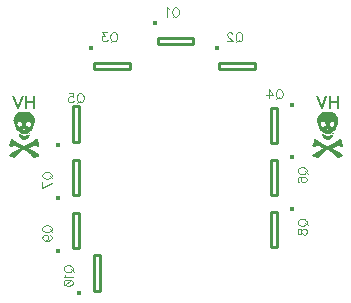
<source format=gbr>
G04 DipTrace 3.1.0.1*
G04 SerialNixieDriver.BottomSilk.gbr*
%MOIN*%
G04 #@! TF.FileFunction,Legend,Bot*
G04 #@! TF.Part,Single*
%ADD10C,0.009843*%
%ADD12C,0.002992*%
%ADD23C,0.015404*%
%ADD25C,0.015422*%
%ADD52C,0.004632*%
%ADD53C,0.006176*%
%FSLAX26Y26*%
G04*
G70*
G90*
G75*
G01*
G04 BotSilk*
%LPD*%
D23*
X1016710Y1863231D3*
X1025911Y1813089D2*
D10*
X1144016D1*
Y1793404D1*
X1025911D1*
Y1813089D1*
D23*
X1221434Y1780554D3*
X1230635Y1730412D2*
D10*
X1348740D1*
Y1710727D1*
X1230635D1*
Y1730412D1*
D23*
X804112Y1780554D3*
X813312Y1730412D2*
D10*
X931417D1*
Y1710727D1*
X813312D1*
Y1730412D1*
D25*
X1473467Y1590219D3*
X1423326Y1581018D2*
D10*
Y1462913D1*
X1403640D1*
Y1581018D1*
X1423326D1*
D25*
X692517Y1457655D3*
X742659Y1466856D2*
D10*
Y1584961D1*
X762344D1*
Y1466856D1*
X742659D1*
D25*
X1473467Y1416991D3*
X1423326Y1407790D2*
D10*
Y1289685D1*
X1403640D1*
Y1407790D1*
X1423326D1*
D25*
X692517Y1280490D3*
X742659Y1289690D2*
D10*
Y1407795D1*
X762344D1*
Y1289690D1*
X742659D1*
D25*
X1473467Y1243762D3*
X1423326Y1234562D2*
D10*
Y1116457D1*
X1403640D1*
Y1234562D1*
X1423326D1*
D25*
X692517Y1103324D3*
X742659Y1112525D2*
D10*
Y1230630D1*
X762344D1*
Y1112525D1*
X742659D1*
D25*
X763383Y961592D3*
X813525Y970793D2*
D10*
Y1088898D1*
X833210D1*
Y970793D1*
X813525D1*
X1579361Y1567883D2*
D12*
X1600306D1*
X1573606Y1564891D2*
X1606060D1*
X1568907Y1561899D2*
X1610759D1*
X1565162Y1558907D2*
X1614516D1*
X1562271Y1555915D2*
X1617501D1*
X1560232Y1552923D2*
X1619816D1*
X1558782Y1549930D2*
X1621602D1*
X1557555Y1546938D2*
X1622878D1*
X1556582Y1543946D2*
X1623619D1*
X1556079Y1540954D2*
X1623971D1*
X1556150Y1537962D2*
X1624025D1*
X1556740Y1534970D2*
X1623707D1*
X1557556Y1531978D2*
X1566942D1*
X1581765D2*
X1597913D1*
X1612725D2*
X1623003D1*
X1558449Y1528986D2*
X1566305D1*
X1583503D2*
X1595926D1*
X1613362D2*
X1622139D1*
X1559541Y1525993D2*
X1565697D1*
X1584672D2*
X1595310D1*
X1613970D2*
X1621228D1*
X1560814Y1523001D2*
X1566135D1*
X1584519D2*
X1595890D1*
X1613532D2*
X1620129D1*
X1562104Y1520009D2*
X1568201D1*
X1582118D2*
X1598052D1*
X1611465D2*
X1618854D1*
X1563180Y1517017D2*
X1573291D1*
X1575384D2*
X1603182D1*
X1606375D2*
X1617552D1*
X1563964Y1514025D2*
X1616358D1*
X1564912Y1511033D2*
X1585895D1*
X1593771D2*
X1615087D1*
X1566310Y1508041D2*
X1583953D1*
X1595714D2*
X1613466D1*
X1569791Y1505049D2*
X1582353D1*
X1597314D2*
X1610049D1*
X1573918Y1502056D2*
X1606356D1*
X1578179Y1499064D2*
X1603105D1*
X1582353Y1496072D2*
X1600306D1*
X1606290D2*
X1609282D1*
X1573377Y1493080D2*
X1576369D1*
X1573965Y1490088D2*
X1580112D1*
X1603298D2*
X1606290D1*
X1575207Y1487096D2*
X1589346D1*
X1591890D2*
X1604781D1*
X1577197Y1484104D2*
X1602920D1*
X1579702Y1481112D2*
X1600644D1*
X1582477Y1478119D2*
X1597720D1*
X1546448Y1475127D2*
X1549440D1*
X1585345D2*
X1594322D1*
X1630227D2*
X1633219D1*
X1546334Y1472135D2*
X1553939D1*
X1625728D2*
X1634612D1*
X1545938Y1469143D2*
X1558290D1*
X1621376D2*
X1635577D1*
X1545107Y1466151D2*
X1562933D1*
X1616734D2*
X1636393D1*
X1543869Y1463159D2*
X1568123D1*
X1611543D2*
X1637303D1*
X1542279Y1460167D2*
X1573925D1*
X1605741D2*
X1638156D1*
X1540463Y1457175D2*
X1580653D1*
X1599014D2*
X1638753D1*
X1543455Y1454182D2*
X1549440D1*
X1567147D2*
X1588608D1*
X1591059D2*
X1615816D1*
X1633219D2*
X1639203D1*
X1572202Y1451190D2*
X1607890D1*
X1576139Y1448198D2*
X1600306D1*
X1579361Y1445206D2*
X1603898D1*
X1573611Y1442214D2*
X1608249D1*
X1567613Y1439222D2*
X1581891D1*
X1596737D2*
X1613706D1*
X1561086Y1436230D2*
X1578157D1*
X1601585D2*
X1620174D1*
X1554589Y1433238D2*
X1574390D1*
X1605948D2*
X1626816D1*
X1549039Y1430245D2*
X1570885D1*
X1610026D2*
X1632281D1*
X1544515Y1427253D2*
X1567720D1*
X1613509D2*
X1636431D1*
X1540463Y1424261D2*
X1564985D1*
X1616006D2*
X1638362D1*
X1545555Y1421269D2*
X1562682D1*
X1617791D2*
X1636651D1*
X1550582Y1418277D2*
X1560559D1*
X1619469D2*
X1632311D1*
X1555424Y1415285D2*
X1558416D1*
X1621251D2*
X1627235D1*
X567550Y1567883D2*
X588495D1*
X561795Y1564891D2*
X594249D1*
X557096Y1561899D2*
X598948D1*
X553351Y1558907D2*
X602705D1*
X550460Y1555915D2*
X605690D1*
X548421Y1552923D2*
X608005D1*
X546971Y1549930D2*
X609791D1*
X545744Y1546938D2*
X611067D1*
X544771Y1543946D2*
X611807D1*
X544268Y1540954D2*
X612160D1*
X544339Y1537962D2*
X612214D1*
X544929Y1534970D2*
X611896D1*
X545745Y1531978D2*
X555131D1*
X569954D2*
X586102D1*
X600914D2*
X611192D1*
X546638Y1528986D2*
X554494D1*
X571692D2*
X584115D1*
X601551D2*
X610328D1*
X547730Y1525993D2*
X553886D1*
X572861D2*
X583499D1*
X602159D2*
X609417D1*
X549003Y1523001D2*
X554324D1*
X572708D2*
X584079D1*
X601721D2*
X608318D1*
X550293Y1520009D2*
X556390D1*
X570307D2*
X586241D1*
X599654D2*
X607043D1*
X551369Y1517017D2*
X561480D1*
X563573D2*
X591371D1*
X594564D2*
X605741D1*
X552153Y1514025D2*
X604547D1*
X553101Y1511033D2*
X574084D1*
X581960D2*
X603276D1*
X554499Y1508041D2*
X572142D1*
X583903D2*
X601655D1*
X557980Y1505049D2*
X570542D1*
X585503D2*
X598238D1*
X562107Y1502056D2*
X594545D1*
X566368Y1499064D2*
X591294D1*
X570542Y1496072D2*
X588495D1*
X594479D2*
X597471D1*
X561566Y1493080D2*
X564558D1*
X562154Y1490088D2*
X568301D1*
X591487D2*
X594479D1*
X563396Y1487096D2*
X577535D1*
X580079D2*
X592970D1*
X565386Y1484104D2*
X591109D1*
X567891Y1481112D2*
X588833D1*
X570666Y1478119D2*
X585909D1*
X534636Y1475127D2*
X537629D1*
X573534D2*
X582510D1*
X618416D2*
X621408D1*
X534523Y1472135D2*
X542128D1*
X613917D2*
X622801D1*
X534127Y1469143D2*
X546479D1*
X609565D2*
X623766D1*
X533296Y1466151D2*
X551122D1*
X604923D2*
X624582D1*
X532058Y1463159D2*
X556312D1*
X599732D2*
X625492D1*
X530468Y1460167D2*
X562114D1*
X593930D2*
X626345D1*
X528652Y1457175D2*
X568842D1*
X587203D2*
X626942D1*
X531644Y1454182D2*
X537629D1*
X555336D2*
X576796D1*
X579248D2*
X604005D1*
X621408D2*
X627392D1*
X560391Y1451190D2*
X596079D1*
X564328Y1448198D2*
X588495D1*
X567550Y1445206D2*
X592087D1*
X561800Y1442214D2*
X596438D1*
X555802Y1439222D2*
X570080D1*
X584926D2*
X601895D1*
X549275Y1436230D2*
X566346D1*
X589773D2*
X608363D1*
X542778Y1433238D2*
X562579D1*
X594137D2*
X615005D1*
X537228Y1430245D2*
X559074D1*
X598215D2*
X620470D1*
X532704Y1427253D2*
X555909D1*
X601698D2*
X624620D1*
X528652Y1424261D2*
X553174D1*
X604195D2*
X626551D1*
X533744Y1421269D2*
X550871D1*
X605980D2*
X624840D1*
X538771Y1418277D2*
X548748D1*
X607658D2*
X620500D1*
X543613Y1415285D2*
X546605D1*
X609440D2*
X615424D1*
X1579361Y1567883D2*
X1573606Y1564891D1*
X1568907Y1561899D1*
X1565162Y1558907D1*
X1562271Y1555915D1*
X1560232Y1552923D1*
X1558782Y1549930D1*
X1557555Y1546938D1*
X1556582Y1543946D1*
X1556079Y1540954D1*
X1556150Y1537962D1*
X1556740Y1534970D1*
X1557556Y1531978D1*
X1558449Y1528986D1*
X1559541Y1525993D1*
X1560814Y1523001D1*
X1562104Y1520009D1*
X1563180Y1517017D1*
X1563964Y1514025D1*
X1564912Y1511033D1*
X1566310Y1508041D1*
X1569791Y1505049D1*
X1573918Y1502056D1*
X1578179Y1499064D1*
X1582353Y1496072D1*
X1600306Y1567883D2*
X1606060Y1564891D1*
X1610759Y1561899D1*
X1614516Y1558907D1*
X1617501Y1555915D1*
X1619816Y1552923D1*
X1621602Y1549930D1*
X1622878Y1546938D1*
X1623619Y1543946D1*
X1623971Y1540954D1*
X1624025Y1537962D1*
X1623707Y1534970D1*
X1623003Y1531978D1*
X1622139Y1528986D1*
X1621228Y1525993D1*
X1620129Y1523001D1*
X1618854Y1520009D1*
X1617552Y1517017D1*
X1616358Y1514025D1*
X1615087Y1511033D1*
X1613466Y1508041D1*
X1610049Y1505049D1*
X1606356Y1502056D1*
X1603105Y1499064D1*
X1600306Y1496072D1*
X1567392Y1534970D2*
X1566942Y1531978D1*
X1566305Y1528986D1*
X1565697Y1525993D1*
X1566135Y1523001D1*
X1568201Y1520009D1*
X1573291Y1517017D1*
X1579361Y1514025D1*
Y1534970D2*
X1581765Y1531978D1*
X1583503Y1528986D1*
X1584672Y1525993D1*
X1584519Y1523001D1*
X1582118Y1520009D1*
X1575384Y1517017D1*
X1567392Y1514025D1*
X1600306Y1534970D2*
X1597913Y1531978D1*
X1595926Y1528986D1*
X1595310Y1525993D1*
X1595890Y1523001D1*
X1598052Y1520009D1*
X1603182Y1517017D1*
X1609282Y1514025D1*
X1612274Y1534970D2*
X1612725Y1531978D1*
X1613362Y1528986D1*
X1613970Y1525993D1*
X1613532Y1523001D1*
X1611465Y1520009D1*
X1606375Y1517017D1*
X1600306Y1514025D1*
X1588337D2*
X1585895Y1511033D1*
X1583953Y1508041D1*
X1582353Y1505049D1*
X1594322Y1502056D1*
X1591329Y1514025D2*
X1593771Y1511033D1*
X1595714Y1508041D1*
X1597314Y1505049D1*
X1585345Y1502056D1*
X1606290Y1496072D2*
X1609282D2*
X1573377Y1493080D2*
X1573965Y1490088D1*
X1575207Y1487096D1*
X1577197Y1484104D1*
X1579702Y1481112D1*
X1582477Y1478119D1*
X1585345Y1475127D1*
X1576369Y1493080D2*
X1580112Y1490088D1*
X1589346Y1487096D1*
X1600306Y1484104D1*
X1603298Y1490088D2*
X1591890Y1487096D1*
X1579361Y1484104D1*
X1606290Y1490088D2*
X1604781Y1487096D1*
X1602920Y1484104D1*
X1600644Y1481112D1*
X1597720Y1478119D1*
X1594322Y1475127D1*
X1546448D2*
X1546334Y1472135D1*
X1545938Y1469143D1*
X1545107Y1466151D1*
X1543869Y1463159D1*
X1542279Y1460167D1*
X1540463Y1457175D1*
X1543455Y1454182D1*
X1549440Y1475127D2*
X1553939Y1472135D1*
X1558290Y1469143D1*
X1562933Y1466151D1*
X1568123Y1463159D1*
X1573925Y1460167D1*
X1580653Y1457175D1*
X1588608Y1454182D1*
X1597314Y1451190D1*
X1630227Y1475127D2*
X1625728Y1472135D1*
X1621376Y1469143D1*
X1616734Y1466151D1*
X1611543Y1463159D1*
X1605741Y1460167D1*
X1599014Y1457175D1*
X1591059Y1454182D1*
X1582353Y1451190D1*
X1633219Y1475127D2*
X1634612Y1472135D1*
X1635577Y1469143D1*
X1636393Y1466151D1*
X1637303Y1463159D1*
X1638156Y1460167D1*
X1638753Y1457175D1*
X1639203Y1454182D1*
X1552432Y1457175D2*
X1549440Y1454182D1*
X1561408Y1457175D2*
X1567147Y1454182D1*
X1572202Y1451190D1*
X1576139Y1448198D1*
X1579361Y1445206D1*
X1573611Y1442214D1*
X1567613Y1439222D1*
X1561086Y1436230D1*
X1554589Y1433238D1*
X1549039Y1430245D1*
X1544515Y1427253D1*
X1540463Y1424261D1*
X1545555Y1421269D1*
X1550582Y1418277D1*
X1555424Y1415285D1*
X1624243Y1457175D2*
X1615816Y1454182D1*
X1607890Y1451190D1*
X1600306Y1448198D1*
X1603898Y1445206D1*
X1608249Y1442214D1*
X1613706Y1439222D1*
X1620174Y1436230D1*
X1626816Y1433238D1*
X1632281Y1430245D1*
X1636431Y1427253D1*
X1638362Y1424261D1*
X1636651Y1421269D1*
X1632311Y1418277D1*
X1627235Y1415285D1*
X1630227Y1457175D2*
X1633219Y1454182D1*
X1585345Y1442214D2*
X1581891Y1439222D1*
X1578157Y1436230D1*
X1574390Y1433238D1*
X1570885Y1430245D1*
X1567720Y1427253D1*
X1564985Y1424261D1*
X1562682Y1421269D1*
X1560559Y1418277D1*
X1558416Y1415285D1*
X1591329Y1442214D2*
X1596737Y1439222D1*
X1601585Y1436230D1*
X1605948Y1433238D1*
X1610026Y1430245D1*
X1613509Y1427253D1*
X1616006Y1424261D1*
X1617791Y1421269D1*
X1619469Y1418277D1*
X1621251Y1415285D1*
X567550Y1567883D2*
X561795Y1564891D1*
X557096Y1561899D1*
X553351Y1558907D1*
X550460Y1555915D1*
X548421Y1552923D1*
X546971Y1549930D1*
X545744Y1546938D1*
X544771Y1543946D1*
X544268Y1540954D1*
X544339Y1537962D1*
X544929Y1534970D1*
X545745Y1531978D1*
X546638Y1528986D1*
X547730Y1525993D1*
X549003Y1523001D1*
X550293Y1520009D1*
X551369Y1517017D1*
X552153Y1514025D1*
X553101Y1511033D1*
X554499Y1508041D1*
X557980Y1505049D1*
X562107Y1502056D1*
X566368Y1499064D1*
X570542Y1496072D1*
X588495Y1567883D2*
X594249Y1564891D1*
X598948Y1561899D1*
X602705Y1558907D1*
X605690Y1555915D1*
X608005Y1552923D1*
X609791Y1549930D1*
X611067Y1546938D1*
X611807Y1543946D1*
X612160Y1540954D1*
X612214Y1537962D1*
X611896Y1534970D1*
X611192Y1531978D1*
X610328Y1528986D1*
X609417Y1525993D1*
X608318Y1523001D1*
X607043Y1520009D1*
X605741Y1517017D1*
X604547Y1514025D1*
X603276Y1511033D1*
X601655Y1508041D1*
X598238Y1505049D1*
X594545Y1502056D1*
X591294Y1499064D1*
X588495Y1496072D1*
X555581Y1534970D2*
X555131Y1531978D1*
X554494Y1528986D1*
X553886Y1525993D1*
X554324Y1523001D1*
X556390Y1520009D1*
X561480Y1517017D1*
X567550Y1514025D1*
Y1534970D2*
X569954Y1531978D1*
X571692Y1528986D1*
X572861Y1525993D1*
X572708Y1523001D1*
X570307Y1520009D1*
X563573Y1517017D1*
X555581Y1514025D1*
X588495Y1534970D2*
X586102Y1531978D1*
X584115Y1528986D1*
X583499Y1525993D1*
X584079Y1523001D1*
X586241Y1520009D1*
X591371Y1517017D1*
X597471Y1514025D1*
X600463Y1534970D2*
X600914Y1531978D1*
X601551Y1528986D1*
X602159Y1525993D1*
X601721Y1523001D1*
X599654Y1520009D1*
X594564Y1517017D1*
X588495Y1514025D1*
X576526D2*
X574084Y1511033D1*
X572142Y1508041D1*
X570542Y1505049D1*
X582510Y1502056D1*
X579518Y1514025D2*
X581960Y1511033D1*
X583903Y1508041D1*
X585503Y1505049D1*
X573534Y1502056D1*
X594479Y1496072D2*
X597471D2*
X561566Y1493080D2*
X562154Y1490088D1*
X563396Y1487096D1*
X565386Y1484104D1*
X567891Y1481112D1*
X570666Y1478119D1*
X573534Y1475127D1*
X564558Y1493080D2*
X568301Y1490088D1*
X577535Y1487096D1*
X588495Y1484104D1*
X591487Y1490088D2*
X580079Y1487096D1*
X567550Y1484104D1*
X594479Y1490088D2*
X592970Y1487096D1*
X591109Y1484104D1*
X588833Y1481112D1*
X585909Y1478119D1*
X582510Y1475127D1*
X534636D2*
X534523Y1472135D1*
X534127Y1469143D1*
X533296Y1466151D1*
X532058Y1463159D1*
X530468Y1460167D1*
X528652Y1457175D1*
X531644Y1454182D1*
X537629Y1475127D2*
X542128Y1472135D1*
X546479Y1469143D1*
X551122Y1466151D1*
X556312Y1463159D1*
X562114Y1460167D1*
X568842Y1457175D1*
X576796Y1454182D1*
X585503Y1451190D1*
X618416Y1475127D2*
X613917Y1472135D1*
X609565Y1469143D1*
X604923Y1466151D1*
X599732Y1463159D1*
X593930Y1460167D1*
X587203Y1457175D1*
X579248Y1454182D1*
X570542Y1451190D1*
X621408Y1475127D2*
X622801Y1472135D1*
X623766Y1469143D1*
X624582Y1466151D1*
X625492Y1463159D1*
X626345Y1460167D1*
X626942Y1457175D1*
X627392Y1454182D1*
X540621Y1457175D2*
X537629Y1454182D1*
X549597Y1457175D2*
X555336Y1454182D1*
X560391Y1451190D1*
X564328Y1448198D1*
X567550Y1445206D1*
X561800Y1442214D1*
X555802Y1439222D1*
X549275Y1436230D1*
X542778Y1433238D1*
X537228Y1430245D1*
X532704Y1427253D1*
X528652Y1424261D1*
X533744Y1421269D1*
X538771Y1418277D1*
X543613Y1415285D1*
X612432Y1457175D2*
X604005Y1454182D1*
X596079Y1451190D1*
X588495Y1448198D1*
X592087Y1445206D1*
X596438Y1442214D1*
X601895Y1439222D1*
X608363Y1436230D1*
X615005Y1433238D1*
X620470Y1430245D1*
X624620Y1427253D1*
X626551Y1424261D1*
X624840Y1421269D1*
X620500Y1418277D1*
X615424Y1415285D1*
X618416Y1457175D2*
X621408Y1454182D1*
X573534Y1442214D2*
X570080Y1439222D1*
X566346Y1436230D1*
X562579Y1433238D1*
X559074Y1430245D1*
X555909Y1427253D1*
X553174Y1424261D1*
X550871Y1421269D1*
X548748Y1418277D1*
X546605Y1415285D1*
X579518Y1442214D2*
X584926Y1439222D1*
X589773Y1436230D1*
X594137Y1433238D1*
X598215Y1430245D1*
X601698Y1427253D1*
X604195Y1424261D1*
X605980Y1421269D1*
X607658Y1418277D1*
X609440Y1415285D1*
X1087610Y1914876D2*
D52*
X1090462Y1913483D1*
X1093347Y1910598D1*
X1094773Y1907713D1*
X1096232Y1903402D1*
Y1896239D1*
X1094773Y1891928D1*
X1093347Y1889076D1*
X1090462Y1886191D1*
X1087610Y1884765D1*
X1081873D1*
X1078988Y1886191D1*
X1076136Y1889076D1*
X1074710Y1891928D1*
X1073251Y1896239D1*
Y1903402D1*
X1074710Y1907713D1*
X1076136Y1910598D1*
X1078988Y1913483D1*
X1081873Y1914876D1*
X1087610D1*
X1083299Y1890502D2*
X1074710Y1881880D1*
X1063988Y1909106D2*
X1061102Y1910565D1*
X1056791Y1914843D1*
Y1884732D1*
X1298784Y1832199D2*
X1301636Y1830806D1*
X1304521Y1827921D1*
X1305947Y1825036D1*
X1307407Y1820725D1*
Y1813562D1*
X1305947Y1809251D1*
X1304521Y1806399D1*
X1301636Y1803514D1*
X1298784Y1802088D1*
X1293048D1*
X1290162Y1803514D1*
X1287311Y1806399D1*
X1285885Y1809251D1*
X1284425Y1813562D1*
Y1820725D1*
X1285885Y1825036D1*
X1287311Y1827921D1*
X1290162Y1830806D1*
X1293048Y1832199D1*
X1298784D1*
X1294473Y1807825D2*
X1285885Y1799203D1*
X1273703Y1825003D2*
Y1826429D1*
X1272277Y1829314D1*
X1270851Y1830740D1*
X1267966Y1832166D1*
X1262229D1*
X1259377Y1830740D1*
X1257951Y1829314D1*
X1256492Y1826429D1*
Y1823577D1*
X1257951Y1820692D1*
X1260803Y1816414D1*
X1275162Y1802055D1*
X1255066D1*
X881462Y1832199D2*
X884314Y1830806D1*
X887199Y1827921D1*
X888625Y1825036D1*
X890084Y1820725D1*
Y1813562D1*
X888625Y1809251D1*
X887199Y1806399D1*
X884314Y1803514D1*
X881462Y1802088D1*
X875725D1*
X872840Y1803514D1*
X869988Y1806399D1*
X868562Y1809251D1*
X867103Y1813562D1*
Y1820725D1*
X868562Y1825036D1*
X869988Y1827921D1*
X872840Y1830806D1*
X875725Y1832199D1*
X881462D1*
X877151Y1807825D2*
X868562Y1799203D1*
X854954Y1832166D2*
X839202D1*
X847791Y1820692D1*
X843480D1*
X840628Y1819266D1*
X839202Y1817840D1*
X837743Y1813529D1*
Y1810677D1*
X839202Y1806366D1*
X842054Y1803481D1*
X846365Y1802055D1*
X850676D1*
X854954Y1803481D1*
X856380Y1804940D1*
X857839Y1807792D1*
X1432620Y1641855D2*
X1435471Y1640462D1*
X1438356Y1637577D1*
X1439782Y1634692D1*
X1441242Y1630381D1*
Y1623218D1*
X1439782Y1618907D1*
X1438356Y1616055D1*
X1435471Y1613170D1*
X1432620Y1611744D1*
X1426883D1*
X1423997Y1613170D1*
X1421146Y1616055D1*
X1419720Y1618907D1*
X1418260Y1623218D1*
Y1630381D1*
X1419720Y1634692D1*
X1421146Y1637577D1*
X1423997Y1640462D1*
X1426883Y1641855D1*
X1432620D1*
X1428308Y1617481D2*
X1419720Y1608859D1*
X1394638Y1611711D2*
Y1641822D1*
X1408997Y1621759D1*
X1387475D1*
X769174Y1628894D2*
X772026Y1627502D1*
X774911Y1624617D1*
X776337Y1621732D1*
X777796Y1617421D1*
Y1610258D1*
X776337Y1605947D1*
X774911Y1603095D1*
X772026Y1600210D1*
X769174Y1598784D1*
X763437D1*
X760552Y1600210D1*
X757700Y1603095D1*
X756274Y1605947D1*
X754815Y1610258D1*
Y1617421D1*
X756274Y1621732D1*
X757700Y1624617D1*
X760552Y1627502D1*
X763437Y1628894D1*
X769174D1*
X764863Y1604521D2*
X756274Y1595899D1*
X728341Y1628861D2*
X742667D1*
X744093Y1615961D1*
X742667Y1617387D1*
X738356Y1618846D1*
X734078D1*
X729767Y1617387D1*
X726882Y1614535D1*
X725456Y1610224D1*
Y1607373D1*
X726882Y1603061D1*
X729767Y1600176D1*
X734078Y1598750D1*
X738356D1*
X742667Y1600176D1*
X744093Y1601636D1*
X745552Y1604487D1*
X1491354Y1374008D2*
X1492747Y1376860D1*
X1495632Y1379745D1*
X1498517Y1381171D1*
X1502828Y1382630D1*
X1509991D1*
X1514302Y1381171D1*
X1517154Y1379745D1*
X1520039Y1376860D1*
X1521465Y1374008D1*
Y1368271D1*
X1520039Y1365386D1*
X1517154Y1362534D1*
X1514302Y1361108D1*
X1509991Y1359649D1*
X1502828D1*
X1498517Y1361108D1*
X1495632Y1362534D1*
X1492747Y1365386D1*
X1491354Y1368271D1*
Y1374008D1*
X1515728Y1369697D2*
X1524350Y1361108D1*
X1495665Y1333174D2*
X1492813Y1334600D1*
X1491387Y1338911D1*
Y1341763D1*
X1492813Y1346074D1*
X1497124Y1348959D1*
X1504287Y1350385D1*
X1511450D1*
X1517187Y1348959D1*
X1520072Y1346074D1*
X1521498Y1341763D1*
Y1340337D1*
X1520072Y1336059D1*
X1517187Y1333174D1*
X1512876Y1331748D1*
X1511450D1*
X1507139Y1333174D1*
X1504287Y1336059D1*
X1502861Y1340337D1*
Y1341763D1*
X1504287Y1346074D1*
X1507139Y1348959D1*
X1511450Y1350385D1*
X640872Y1357840D2*
X642265Y1360692D1*
X645150Y1363577D1*
X648035Y1365003D1*
X652346Y1366462D1*
X659509D1*
X663820Y1365003D1*
X666672Y1363577D1*
X669557Y1360692D1*
X670983Y1357840D1*
Y1352103D1*
X669557Y1349218D1*
X666672Y1346366D1*
X663820Y1344940D1*
X659509Y1343481D1*
X652346D1*
X648035Y1344940D1*
X645150Y1346366D1*
X642265Y1349218D1*
X640872Y1352103D1*
Y1357840D1*
X665246Y1353529D2*
X673868Y1344940D1*
X671016Y1328480D2*
X640905Y1314121D1*
Y1334217D1*
X1491354Y1201492D2*
X1492747Y1204344D1*
X1495632Y1207229D1*
X1498517Y1208655D1*
X1502828Y1210114D1*
X1509991D1*
X1514302Y1208655D1*
X1517154Y1207229D1*
X1520039Y1204344D1*
X1521465Y1201492D1*
Y1195755D1*
X1520039Y1192870D1*
X1517154Y1190018D1*
X1514302Y1188592D1*
X1509991Y1187133D1*
X1502828D1*
X1498517Y1188592D1*
X1495632Y1190018D1*
X1492747Y1192870D1*
X1491354Y1195755D1*
Y1201492D1*
X1515728Y1197181D2*
X1524350Y1188592D1*
X1491387Y1170707D2*
X1492813Y1174985D1*
X1495665Y1176444D1*
X1498550D1*
X1501402Y1174985D1*
X1502861Y1172133D1*
X1504287Y1166396D1*
X1505713Y1162085D1*
X1508598Y1159233D1*
X1511450Y1157807D1*
X1515761D1*
X1518613Y1159233D1*
X1520072Y1160659D1*
X1521498Y1164970D1*
Y1170707D1*
X1520072Y1174985D1*
X1518613Y1176444D1*
X1515761Y1177870D1*
X1511450D1*
X1508598Y1176444D1*
X1505713Y1173559D1*
X1504287Y1169281D1*
X1502861Y1163544D1*
X1501402Y1160659D1*
X1498550Y1159233D1*
X1495665D1*
X1492813Y1160659D1*
X1491387Y1164970D1*
Y1170707D1*
X640872Y1179961D2*
X642265Y1182813D1*
X645150Y1185698D1*
X648035Y1187124D1*
X652346Y1188583D1*
X659509D1*
X663820Y1187124D1*
X666672Y1185698D1*
X669557Y1182813D1*
X670983Y1179961D1*
Y1174224D1*
X669557Y1171339D1*
X666672Y1168487D1*
X663820Y1167061D1*
X659509Y1165602D1*
X652346D1*
X648035Y1167061D1*
X645150Y1168487D1*
X642265Y1171339D1*
X640872Y1174224D1*
Y1179961D1*
X665246Y1175650D2*
X673868Y1167061D1*
X650920Y1137669D2*
X655231Y1139128D1*
X658116Y1141980D1*
X659542Y1146291D1*
Y1147717D1*
X658116Y1152028D1*
X655231Y1154880D1*
X650920Y1156339D1*
X649494D1*
X645183Y1154880D1*
X642331Y1152028D1*
X640905Y1147717D1*
Y1146291D1*
X642331Y1141980D1*
X645183Y1139128D1*
X650920Y1137669D1*
X658116D1*
X665279Y1139128D1*
X669590Y1141980D1*
X671016Y1146291D1*
Y1149143D1*
X669590Y1153454D1*
X666705Y1154880D1*
X711738Y1047172D2*
X713131Y1050024D1*
X716016Y1052909D1*
X718901Y1054335D1*
X723212Y1055794D1*
X730375D1*
X734686Y1054335D1*
X737538Y1052909D1*
X740423Y1050024D1*
X741849Y1047172D1*
Y1041435D1*
X740423Y1038550D1*
X737538Y1035698D1*
X734686Y1034272D1*
X730375Y1032813D1*
X723212D1*
X718901Y1034272D1*
X716016Y1035698D1*
X713131Y1038550D1*
X711738Y1041435D1*
Y1047172D1*
X736112Y1042861D2*
X744734Y1034272D1*
X717508Y1023549D2*
X716049Y1020664D1*
X711771Y1016353D1*
X741882D1*
X711771Y998468D2*
X713197Y1002779D1*
X717508Y1005664D1*
X724671Y1007090D1*
X728982D1*
X736145Y1005664D1*
X740456Y1002779D1*
X741882Y998468D1*
Y995616D1*
X740456Y991305D1*
X736145Y988453D1*
X728982Y986994D1*
X724671D1*
X717508Y988453D1*
X713197Y991305D1*
X711771Y995616D1*
Y998468D1*
X717508Y988453D2*
X736145Y1005664D1*
X1625485Y1618661D2*
D53*
Y1578469D1*
X1598690Y1618661D2*
Y1578469D1*
X1625485Y1599516D2*
X1598690D1*
X1586339Y1618661D2*
X1571040Y1578469D1*
X1555741Y1618661D1*
X613674D2*
Y1578469D1*
X586879Y1618661D2*
Y1578469D1*
X613674Y1599516D2*
X586879D1*
X574528Y1618661D2*
X559229Y1578469D1*
X543930Y1618661D1*
M02*

</source>
